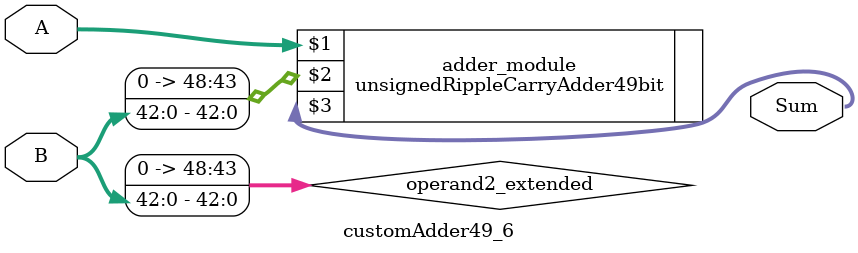
<source format=v>
module customAdder49_6(
                        input [48 : 0] A,
                        input [42 : 0] B,
                        
                        output [49 : 0] Sum
                );

        wire [48 : 0] operand2_extended;
        
        assign operand2_extended =  {6'b0, B};
        
        unsignedRippleCarryAdder49bit adder_module(
            A,
            operand2_extended,
            Sum
        );
        
        endmodule
        
</source>
